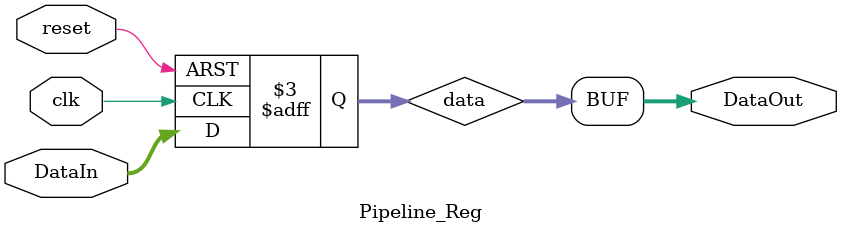
<source format=v>
module Pipeline_Reg 
#(	
	parameter SIZE = 32
)
(
    input clk,
    input reset,
    input [SIZE-1:0] DataIn,
    output [SIZE-1:0] DataOut
);

reg [SIZE-1:0] data;

assign DataOut = data;

always @(negedge reset or posedge clk) begin
    if (!reset)
        data <= {SIZE{1'b0}};
    else
	     data <= DataIn;
end

endmodule

</source>
